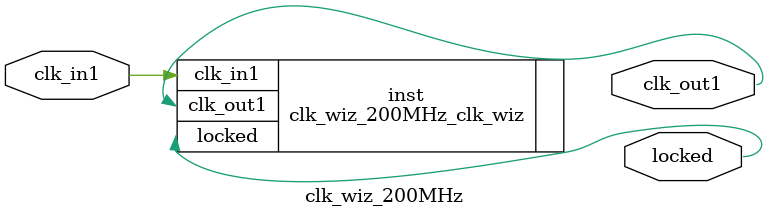
<source format=v>


`timescale 1ps/1ps

(* CORE_GENERATION_INFO = "clk_wiz_200MHz,clk_wiz_v6_0_3_0_0,{component_name=clk_wiz_200MHz,use_phase_alignment=true,use_min_o_jitter=false,use_max_i_jitter=false,use_dyn_phase_shift=false,use_inclk_switchover=false,use_dyn_reconfig=false,enable_axi=0,feedback_source=FDBK_AUTO,PRIMITIVE=PLL,num_out_clk=1,clkin1_period=10.000,clkin2_period=10.000,use_power_down=false,use_reset=false,use_locked=true,use_inclk_stopped=false,feedback_type=SINGLE,CLOCK_MGR_TYPE=NA,manual_override=false}" *)

module clk_wiz_200MHz 
 (
  // Clock out ports
  output        clk_out1,
  // Status and control signals
  output        locked,
 // Clock in ports
  input         clk_in1
 );

  clk_wiz_200MHz_clk_wiz inst
  (
  // Clock out ports  
  .clk_out1(clk_out1),
  // Status and control signals               
  .locked(locked),
 // Clock in ports
  .clk_in1(clk_in1)
  );

endmodule

</source>
